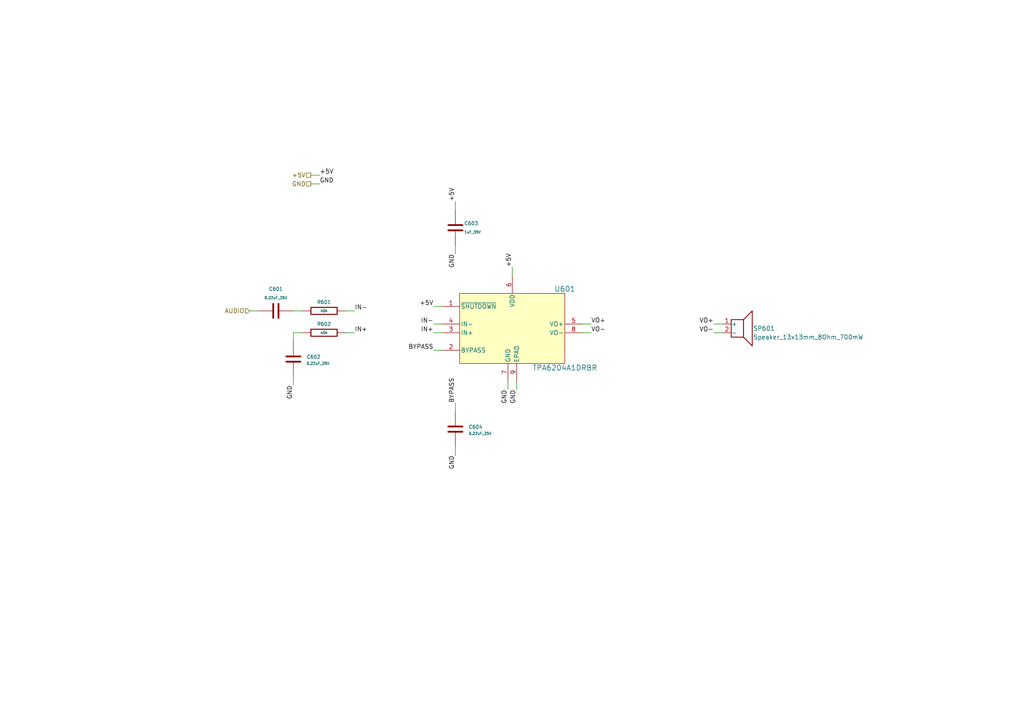
<source format=kicad_sch>
(kicad_sch (version 20230121) (generator eeschema)
  (paper "A4")
  (title_block (title "mouse-joystick-pcb") (date "2024-10-15") (rev "1.0") (company "Peter Polidoro"))
  (lib_symbols
    (symbol "Janelia:Amplifier_Audio_TPA6204A1DRBR" (pin_names (offset 0.254))
      (property "Reference" "U" (at 15.24 11.43 0))
      (property "Value" "TPA6204A1DRBR" (at 15.24 -11.43 0))
      (symbol "Amplifier_Audio_TPA6204A1DRBR_1_1"
        (rectangle (start -15.24 10.16) (end 15.24 -10.16) (fill (type background)))
        (pin input line (at -20.32 6.35 0) (length 5.08) (name "~{SHUTDOWN}") (number "1"))
        (pin passive line (at -20.32 -6.35 0) (length 5.08) (name "BYPASS") (number "2"))
        (pin input line (at -20.32 -1.27 0) (length 5.08) (name "IN+") (number "3"))
        (pin input line (at -20.32 1.27 0) (length 5.08) (name "IN-") (number "4"))
        (pin output line (at 20.32 1.27 180) (length 5.08) (name "VO+") (number "5"))
        (pin power_in line (at 0 15.24 270) (length 5.08) (name "VDD") (number "6"))
        (pin power_in line (at -1.27 -15.24 90) (length 5.08) (name "GND") (number "7"))
        (pin output line (at 20.32 -1.27 180) (length 5.08) (name "VO-") (number "8"))
        (pin passive line (at 1.27 -15.24 90) (length 5.08) (name "EPAD") (number "9"))
      )
    )
    (symbol "Janelia:C_0.22uF_25V_0402" (pin_numbers hide) (pin_names (offset 0.254))
      (property "Reference" "C" (at 0 2.54 0))
      (property "Value" "0.22uF_25V" (at 0 0 0))
      (symbol "C_0.22uF_25V_0402_0_1"
        (polyline (pts (xy -2.032 -0.762) (xy 2.032 -0.762)) (stroke (width 0.508)))
        (polyline (pts (xy -2.032 0.762) (xy 2.032 0.762)) (stroke (width 0.508)))
      )
      (symbol "C_0.22uF_25V_0402_1_1"
        (pin passive line (at 0 5.08 270) (length 4.318) (name "~") (number "1"))
        (pin passive line (at 0 -5.08 90) (length 4.318) (name "~") (number "2"))
      )
    )
    (symbol "Janelia:C_1uF_35V_0402" (pin_numbers hide) (pin_names (offset 0.254))
      (property "Reference" "C" (at 0 2.54 0))
      (property "Value" "1uF_35V" (at 0 0 0))
      (symbol "C_1uF_35V_0402_0_1"
        (polyline (pts (xy -2.032 -0.762) (xy 2.032 -0.762)) (stroke (width 0.508)))
        (polyline (pts (xy -2.032 0.762) (xy 2.032 0.762)) (stroke (width 0.508)))
      )
      (symbol "C_1uF_35V_0402_1_1"
        (pin passive line (at 0 5.08 270) (length 4.318) (name "~") (number "1"))
        (pin passive line (at 0 -5.08 90) (length 4.318) (name "~") (number "2"))
      )
    )
    (symbol "Janelia:R_40k_100mW_0603" (pin_numbers hide) (pin_names (offset 0))
      (property "Reference" "R" (at 2.032 0 90))
      (property "Value" "40k" (at 0 0 90))
      (symbol "R_40k_100mW_0603_0_1"
        (rectangle (start -1.016 3.81) (end 1.016 -3.81) (stroke (width 0.3048)))
      )
      (symbol "R_40k_100mW_0603_1_1"
        (pin passive line (at 0 6.35 270) (length 2.54) (name "~") (number "1"))
        (pin passive line (at 0 -6.35 90) (length 2.54) (name "~") (number "2"))
      )
    )
    (symbol "Janelia:Speaker_13x13mm_8Ohm_700mW" (pin_names (offset 0.002))
      (property "Reference" "SP" (at 3.81 -1.27 0))
      (property "Value" "Speaker_13x13mm_8Ohm_700mW" (at 3.81 -3.81 0))
      (symbol "Speaker_13x13mm_8Ohm_700mW_0_0"
        (rectangle (start -2.54 1.27) (end 1.016 -3.81) (stroke (width 0.254)))
        (polyline (pts (xy 1.016 1.27) (xy 3.556 3.81) (xy 3.556 -6.35) (xy 1.016 -3.81)) (stroke (width 0.254)))
      )
      (symbol "Speaker_13x13mm_8Ohm_700mW_1_1"
        (pin input line (at -5.08 0 0) (length 2.54) (name "+") (number "1"))
        (pin input line (at -5.08 -2.54 0) (length 2.54) (name "-") (number "2"))
        (pin no_connect line (at 0 3.81 270) (length 2.54) hide (name "NC") (number "3"))
        (pin no_connect line (at 0 -6.35 90) (length 2.54) hide (name "NC") (number "4"))
      )
    )
  )
  (wire (pts (xy 90.17 53.34) (xy 92.71 53.34)))
  (wire (pts (xy 102.87 90.17) (xy 100.33 90.17)))
  (wire (pts (xy 132.08 71.12) (xy 132.08 73.66)))
  (wire (pts (xy 168.91 96.52) (xy 171.45 96.52)))
  (wire (pts (xy 125.73 101.6) (xy 128.27 101.6)))
  (wire (pts (xy 132.08 116.84) (xy 132.08 119.38)))
  (wire (pts (xy 209.55 96.52) (xy 207.01 96.52)))
  (wire (pts (xy 209.55 93.98) (xy 207.01 93.98)))
  (wire (pts (xy 85.09 109.22) (xy 85.09 111.76)))
  (wire (pts (xy 85.09 90.17) (xy 87.63 90.17)))
  (wire (pts (xy 72.39 90.17) (xy 74.93 90.17)))
  (wire (pts (xy 85.09 96.52) (xy 85.09 99.06)))
  (wire (pts (xy 125.73 93.98) (xy 128.27 93.98)))
  (wire (pts (xy 149.86 110.49) (xy 149.86 113.03)))
  (wire (pts (xy 90.17 50.8) (xy 92.71 50.8)))
  (wire (pts (xy 87.63 96.52) (xy 85.09 96.52)))
  (wire (pts (xy 125.73 96.52) (xy 128.27 96.52)))
  (wire (pts (xy 168.91 93.98) (xy 171.45 93.98)))
  (wire (pts (xy 102.87 96.52) (xy 100.33 96.52)))
  (wire (pts (xy 132.08 129.54) (xy 132.08 132.08)))
  (wire (pts (xy 128.27 88.9) (xy 125.73 88.9)))
  (wire (pts (xy 147.32 110.49) (xy 147.32 113.03)))
  (wire (pts (xy 148.59 80.01) (xy 148.59 77.47)))
  (wire (pts (xy 132.08 60.96) (xy 132.08 58.42)))
  (label "GND" (at 149.86 113.03 270))
  (label "VO+" (at 207.01 93.98 180))
  (label "BYPASS" (at 125.73 101.6 180))
  (label "GND" (at 85.09 111.76 270))
  (label "IN-" (at 102.87 90.17 0))
  (label "IN+" (at 102.87 96.52 0))
  (label "VO-" (at 207.01 96.52 180))
  (label "+5V" (at 132.08 58.42 90))
  (label "VO-" (at 171.45 96.52 0))
  (label "+5V" (at 125.73 88.9 180))
  (label "IN+" (at 125.73 96.52 180))
  (label "IN-" (at 125.73 93.98 180))
  (label "+5V" (at 148.59 77.47 90))
  (label "VO+" (at 171.45 93.98 0))
  (label "GND" (at 147.32 113.03 270))
  (label "+5V" (at 92.71 50.8 0))
  (label "GND" (at 132.08 132.08 270))
  (label "GND" (at 92.71 53.34 0))
  (label "BYPASS" (at 132.08 116.84 90))
  (label "GND" (at 132.08 73.66 270))
  (hierarchical_label "GND" (shape passive) (at 90.17 53.34 180))
  (hierarchical_label "AUDIO" (shape input) (at 72.39 90.17 180))
  (hierarchical_label "+5V" (shape passive) (at 90.17 50.8 180))
  (symbol (lib_id "Janelia:R_40k_100mW_0603") (at 93.98 90.17 90) (unit 1)
    (property "Reference" "R601" (at 93.98 87.63 90) (effects (font (size 1.016 1.016))))
    (property "Value" "40k" (at 93.98 90.17 90) (effects (font (size 0.762 0.762))))
    (property "Footprint" "Janelia:R_0603_1608Metric" (effects hide))
    (property "Vendor" "JLCPCB" (effects hide))
    (property "Vendor Part Number" "C3016445" (effects hide))
    (property "Synopsis" "RES SMD 40k OHM 1% 100mW" (effects hide))
    (property "Package" "0603" (effects hide))
    (property "Manufacturer" "VO" (effects hide))
    (property "Manufacturer Part Number" "SCR0603F40K" (effects hide))
    (property "LCSC" "C3016445" (effects hide))
  )
  (symbol (lib_id "Janelia:Amplifier_Audio_TPA6204A1DRBR") (at 148.59 95.25 0) (unit 1)
    (property "Reference" "U601" (at 163.83 83.82 0) (effects (font (size 1.524 1.524))))
    (property "Value" "TPA6204A1DRBR" (at 163.83 106.68 0) (effects (font (size 1.524 1.524))))
    (property "Footprint" "Janelia:DRB8_1P75X1P5" (effects hide))
    (property "Synopsis" "IC AMP CLASS AB MONO 1.7W" (effects hide))
    (property "Package" "QFN-8-EP(3x3)" (effects hide))
    (property "Manufacturer" "Texas Instruments" (effects hide))
    (property "Manufacturer Part Number" "TPA6204A1DRBR" (effects hide))
    (property "Vendor" "Digi-Key" (effects hide))
    (property "Vendor Part Number" "296-17059-1-ND" (effects hide))
    (property "LCSC" "C12400" (effects hide))
  )
  (symbol (lib_id "Janelia:C_0.22uF_25V_0402") (at 80.01 90.17 90) (unit 1)
    (property "Reference" "C601" (at 80.01 83.82 90) (effects (font (size 1.016 1.016))))
    (property "Value" "0.22uF_25V" (at 80.01 86.36 90) (effects (font (size 0.762 0.762))))
    (property "Footprint" "Janelia:C_0402_1005Metric" (effects hide))
    (property "Vendor" "Digi-Key" (effects hide))
    (property "Vendor Part Number" "490-12245-1-ND" (effects hide))
    (property "Synopsis" "CAP CER 0.22UF 25V X6S" (effects hide))
    (property "Manufacturer" "Murata Electronics" (effects hide))
    (property "Manufacturer Part Number" "GRT155C81E224KE01D" (effects hide))
    (property "Package" "0402" (effects hide))
    (property "LCSC" "C126623" (effects hide))
  )
  (symbol (lib_id "Janelia:C_0.22uF_25V_0402") (at 85.09 104.14 180) (unit 1)
    (property "Reference" "C602" (at 88.9 103.505 0) (effects (font (size 1.016 1.016)) (justify right)))
    (property "Value" "0.22uF_25V" (at 88.9 105.4099 0) (effects (font (size 0.762 0.762)) (justify right)))
    (property "Footprint" "Janelia:C_0402_1005Metric" (effects hide))
    (property "Vendor" "Digi-Key" (effects hide))
    (property "Vendor Part Number" "490-12245-1-ND" (effects hide))
    (property "Synopsis" "CAP CER 0.22UF 25V X6S" (effects hide))
    (property "Manufacturer" "Murata Electronics" (effects hide))
    (property "Manufacturer Part Number" "GRT155C81E224KE01D" (effects hide))
    (property "Package" "0402" (effects hide))
    (property "LCSC" "C126623" (effects hide))
  )
  (symbol (lib_id "Janelia:R_40k_100mW_0603") (at 93.98 96.52 90) (unit 1)
    (property "Reference" "R602" (at 93.98 93.98 90) (effects (font (size 1.016 1.016))))
    (property "Value" "40k" (at 93.98 96.52 90) (effects (font (size 0.762 0.762))))
    (property "Footprint" "Janelia:R_0603_1608Metric" (effects hide))
    (property "Vendor" "JLCPCB" (effects hide))
    (property "Vendor Part Number" "C3016445" (effects hide))
    (property "Synopsis" "RES SMD 40k OHM 1% 100mW" (effects hide))
    (property "Package" "0603" (effects hide))
    (property "Manufacturer" "VO" (effects hide))
    (property "Manufacturer Part Number" "SCR0603F40K" (effects hide))
    (property "LCSC" "C3016445" (effects hide))
  )
  (symbol (lib_id "Janelia:Speaker_13x13mm_8Ohm_700mW") (at 214.63 93.98 0) (unit 1)
    (property "Reference" "SP601" (at 218.44 95.25 0) (effects (justify left)))
    (property "Value" "Speaker_13x13mm_8Ohm_700mW" (at 218.44 97.79 0) (effects (justify left)))
    (property "Footprint" "Janelia:Speaker_13x13mm_KLJ-01304T-08R07W" (effects hide))
    (property "Synopsis" "SPEAKER 8OHM 700MW" (effects hide))
    (property "Manufacturer" "KELIKING" (effects hide))
    (property "Manufacturer Part Number" "KLJ-01304T-08R07W" (effects hide))
    (property "Vendor" "JLCPCB" (effects hide))
    (property "Vendor Part Number" "C18186315" (effects hide))
    (property "Sim.Enable" "0" (effects hide))
    (property "LCSC" "C18186315" (effects hide))
  )
  (symbol (lib_id "Janelia:C_0.22uF_25V_0402") (at 132.08 124.46 180) (unit 1)
    (property "Reference" "C604" (at 135.89 123.825 0) (effects (font (size 1.016 1.016)) (justify right)))
    (property "Value" "0.22uF_25V" (at 135.89 125.7299 0) (effects (font (size 0.762 0.762)) (justify right)))
    (property "Footprint" "Janelia:C_0402_1005Metric" (effects hide))
    (property "Vendor" "Digi-Key" (effects hide))
    (property "Vendor Part Number" "490-12245-1-ND" (effects hide))
    (property "Synopsis" "CAP CER 0.22UF 25V X6S" (effects hide))
    (property "Manufacturer" "Murata Electronics" (effects hide))
    (property "Manufacturer Part Number" "GRT155C81E224KE01D" (effects hide))
    (property "Package" "0402" (effects hide))
    (property "LCSC" "C126623" (effects hide))
  )
  (symbol (lib_id "Janelia:C_1uF_35V_0402") (at 132.08 66.04 0) (unit 1)
    (property "Reference" "C603" (at 134.62 64.77 0) (effects (font (size 1.016 1.016)) (justify left)))
    (property "Value" "1uF_35V" (at 134.62 67.31 0) (effects (font (size 0.762 0.762)) (justify left)))
    (property "Footprint" "Janelia:C_0402_1005Metric" (effects hide))
    (property "Vendor" "Digi-Key" (effects hide))
    (property "Vendor Part Number" "1276-6796-1-ND" (effects hide))
    (property "Synopsis" "CAP CER 1UF 35V X5R" (effects hide))
    (property "Package" "0402" (effects hide))
    (property "Manufacturer" "Samsung Electro-Mechanics" (effects hide))
    (property "Manufacturer Part Number" "CL05A105KL5NRNC" (effects hide))
    (property "LCSC" "C307413" (effects hide))
  )
)
</source>
